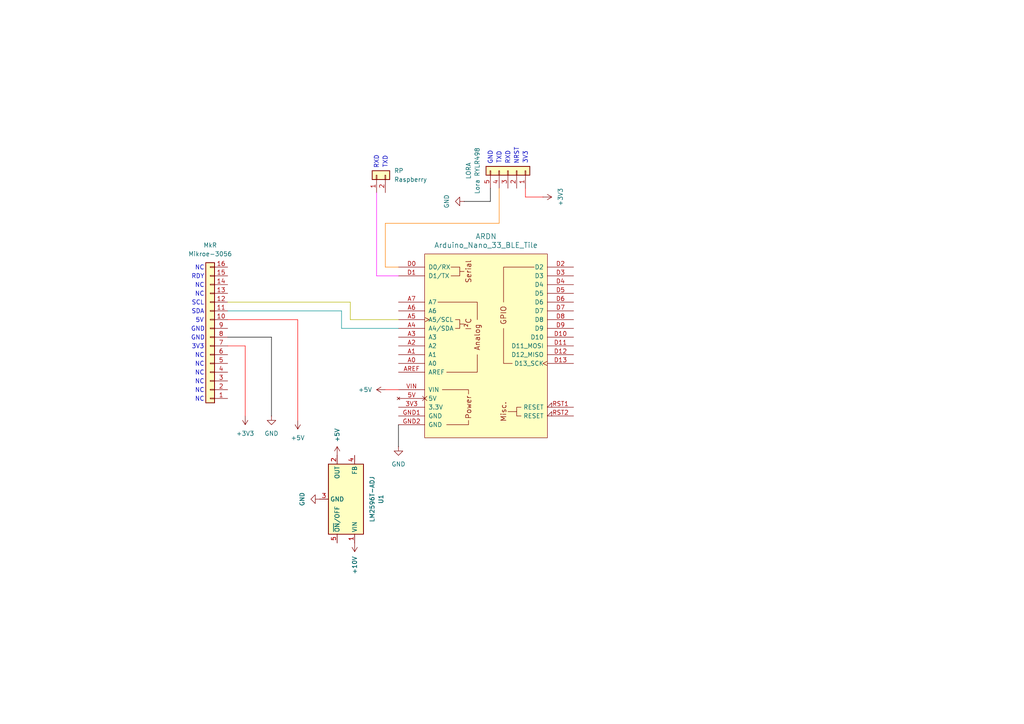
<source format=kicad_sch>
(kicad_sch
	(version 20250114)
	(generator "eeschema")
	(generator_version "9.0")
	(uuid "f7585f46-fe39-463d-b0d9-212ba2b7ee96")
	(paper "A4")
	(lib_symbols
		(symbol "Connector_Generic:Conn_01x02"
			(pin_names
				(offset 1.016)
				(hide yes)
			)
			(exclude_from_sim no)
			(in_bom yes)
			(on_board yes)
			(property "Reference" "J"
				(at 0 2.54 0)
				(effects
					(font
						(size 1.27 1.27)
					)
				)
			)
			(property "Value" "Conn_01x02"
				(at 0 -5.08 0)
				(effects
					(font
						(size 1.27 1.27)
					)
				)
			)
			(property "Footprint" ""
				(at 0 0 0)
				(effects
					(font
						(size 1.27 1.27)
					)
					(hide yes)
				)
			)
			(property "Datasheet" "~"
				(at 0 0 0)
				(effects
					(font
						(size 1.27 1.27)
					)
					(hide yes)
				)
			)
			(property "Description" "Generic connector, single row, 01x02, script generated (kicad-library-utils/schlib/autogen/connector/)"
				(at 0 0 0)
				(effects
					(font
						(size 1.27 1.27)
					)
					(hide yes)
				)
			)
			(property "ki_keywords" "connector"
				(at 0 0 0)
				(effects
					(font
						(size 1.27 1.27)
					)
					(hide yes)
				)
			)
			(property "ki_fp_filters" "Connector*:*_1x??_*"
				(at 0 0 0)
				(effects
					(font
						(size 1.27 1.27)
					)
					(hide yes)
				)
			)
			(symbol "Conn_01x02_1_1"
				(rectangle
					(start -1.27 1.27)
					(end 1.27 -3.81)
					(stroke
						(width 0.254)
						(type default)
					)
					(fill
						(type background)
					)
				)
				(rectangle
					(start -1.27 0.127)
					(end 0 -0.127)
					(stroke
						(width 0.1524)
						(type default)
					)
					(fill
						(type none)
					)
				)
				(rectangle
					(start -1.27 -2.413)
					(end 0 -2.667)
					(stroke
						(width 0.1524)
						(type default)
					)
					(fill
						(type none)
					)
				)
				(pin passive line
					(at -5.08 0 0)
					(length 3.81)
					(name "Pin_1"
						(effects
							(font
								(size 1.27 1.27)
							)
						)
					)
					(number "1"
						(effects
							(font
								(size 1.27 1.27)
							)
						)
					)
				)
				(pin passive line
					(at -5.08 -2.54 0)
					(length 3.81)
					(name "Pin_2"
						(effects
							(font
								(size 1.27 1.27)
							)
						)
					)
					(number "2"
						(effects
							(font
								(size 1.27 1.27)
							)
						)
					)
				)
			)
			(embedded_fonts no)
		)
		(symbol "Connector_Generic:Conn_01x05"
			(pin_names
				(offset 1.016)
				(hide yes)
			)
			(exclude_from_sim no)
			(in_bom yes)
			(on_board yes)
			(property "Reference" "J"
				(at 0 7.62 0)
				(effects
					(font
						(size 1.27 1.27)
					)
				)
			)
			(property "Value" "Conn_01x05"
				(at 0 -7.62 0)
				(effects
					(font
						(size 1.27 1.27)
					)
				)
			)
			(property "Footprint" ""
				(at 0 0 0)
				(effects
					(font
						(size 1.27 1.27)
					)
					(hide yes)
				)
			)
			(property "Datasheet" "~"
				(at 0 0 0)
				(effects
					(font
						(size 1.27 1.27)
					)
					(hide yes)
				)
			)
			(property "Description" "Generic connector, single row, 01x05, script generated (kicad-library-utils/schlib/autogen/connector/)"
				(at 0 0 0)
				(effects
					(font
						(size 1.27 1.27)
					)
					(hide yes)
				)
			)
			(property "ki_keywords" "connector"
				(at 0 0 0)
				(effects
					(font
						(size 1.27 1.27)
					)
					(hide yes)
				)
			)
			(property "ki_fp_filters" "Connector*:*_1x??_*"
				(at 0 0 0)
				(effects
					(font
						(size 1.27 1.27)
					)
					(hide yes)
				)
			)
			(symbol "Conn_01x05_1_1"
				(rectangle
					(start -1.27 6.35)
					(end 1.27 -6.35)
					(stroke
						(width 0.254)
						(type default)
					)
					(fill
						(type background)
					)
				)
				(rectangle
					(start -1.27 5.207)
					(end 0 4.953)
					(stroke
						(width 0.1524)
						(type default)
					)
					(fill
						(type none)
					)
				)
				(rectangle
					(start -1.27 2.667)
					(end 0 2.413)
					(stroke
						(width 0.1524)
						(type default)
					)
					(fill
						(type none)
					)
				)
				(rectangle
					(start -1.27 0.127)
					(end 0 -0.127)
					(stroke
						(width 0.1524)
						(type default)
					)
					(fill
						(type none)
					)
				)
				(rectangle
					(start -1.27 -2.413)
					(end 0 -2.667)
					(stroke
						(width 0.1524)
						(type default)
					)
					(fill
						(type none)
					)
				)
				(rectangle
					(start -1.27 -4.953)
					(end 0 -5.207)
					(stroke
						(width 0.1524)
						(type default)
					)
					(fill
						(type none)
					)
				)
				(pin passive line
					(at -5.08 5.08 0)
					(length 3.81)
					(name "Pin_1"
						(effects
							(font
								(size 1.27 1.27)
							)
						)
					)
					(number "1"
						(effects
							(font
								(size 1.27 1.27)
							)
						)
					)
				)
				(pin passive line
					(at -5.08 2.54 0)
					(length 3.81)
					(name "Pin_2"
						(effects
							(font
								(size 1.27 1.27)
							)
						)
					)
					(number "2"
						(effects
							(font
								(size 1.27 1.27)
							)
						)
					)
				)
				(pin passive line
					(at -5.08 0 0)
					(length 3.81)
					(name "Pin_3"
						(effects
							(font
								(size 1.27 1.27)
							)
						)
					)
					(number "3"
						(effects
							(font
								(size 1.27 1.27)
							)
						)
					)
				)
				(pin passive line
					(at -5.08 -2.54 0)
					(length 3.81)
					(name "Pin_4"
						(effects
							(font
								(size 1.27 1.27)
							)
						)
					)
					(number "4"
						(effects
							(font
								(size 1.27 1.27)
							)
						)
					)
				)
				(pin passive line
					(at -5.08 -5.08 0)
					(length 3.81)
					(name "Pin_5"
						(effects
							(font
								(size 1.27 1.27)
							)
						)
					)
					(number "5"
						(effects
							(font
								(size 1.27 1.27)
							)
						)
					)
				)
			)
			(embedded_fonts no)
		)
		(symbol "Connector_Generic:Conn_01x16"
			(pin_names
				(offset 1.016)
				(hide yes)
			)
			(exclude_from_sim no)
			(in_bom yes)
			(on_board yes)
			(property "Reference" "J"
				(at 0 20.32 0)
				(effects
					(font
						(size 1.27 1.27)
					)
				)
			)
			(property "Value" "Conn_01x16"
				(at 0 -22.86 0)
				(effects
					(font
						(size 1.27 1.27)
					)
				)
			)
			(property "Footprint" ""
				(at 0 0 0)
				(effects
					(font
						(size 1.27 1.27)
					)
					(hide yes)
				)
			)
			(property "Datasheet" "~"
				(at 0 0 0)
				(effects
					(font
						(size 1.27 1.27)
					)
					(hide yes)
				)
			)
			(property "Description" "Generic connector, single row, 01x16, script generated (kicad-library-utils/schlib/autogen/connector/)"
				(at 0 0 0)
				(effects
					(font
						(size 1.27 1.27)
					)
					(hide yes)
				)
			)
			(property "ki_keywords" "connector"
				(at 0 0 0)
				(effects
					(font
						(size 1.27 1.27)
					)
					(hide yes)
				)
			)
			(property "ki_fp_filters" "Connector*:*_1x??_*"
				(at 0 0 0)
				(effects
					(font
						(size 1.27 1.27)
					)
					(hide yes)
				)
			)
			(symbol "Conn_01x16_1_1"
				(rectangle
					(start -1.27 19.05)
					(end 1.27 -21.59)
					(stroke
						(width 0.254)
						(type default)
					)
					(fill
						(type background)
					)
				)
				(rectangle
					(start -1.27 17.907)
					(end 0 17.653)
					(stroke
						(width 0.1524)
						(type default)
					)
					(fill
						(type none)
					)
				)
				(rectangle
					(start -1.27 15.367)
					(end 0 15.113)
					(stroke
						(width 0.1524)
						(type default)
					)
					(fill
						(type none)
					)
				)
				(rectangle
					(start -1.27 12.827)
					(end 0 12.573)
					(stroke
						(width 0.1524)
						(type default)
					)
					(fill
						(type none)
					)
				)
				(rectangle
					(start -1.27 10.287)
					(end 0 10.033)
					(stroke
						(width 0.1524)
						(type default)
					)
					(fill
						(type none)
					)
				)
				(rectangle
					(start -1.27 7.747)
					(end 0 7.493)
					(stroke
						(width 0.1524)
						(type default)
					)
					(fill
						(type none)
					)
				)
				(rectangle
					(start -1.27 5.207)
					(end 0 4.953)
					(stroke
						(width 0.1524)
						(type default)
					)
					(fill
						(type none)
					)
				)
				(rectangle
					(start -1.27 2.667)
					(end 0 2.413)
					(stroke
						(width 0.1524)
						(type default)
					)
					(fill
						(type none)
					)
				)
				(rectangle
					(start -1.27 0.127)
					(end 0 -0.127)
					(stroke
						(width 0.1524)
						(type default)
					)
					(fill
						(type none)
					)
				)
				(rectangle
					(start -1.27 -2.413)
					(end 0 -2.667)
					(stroke
						(width 0.1524)
						(type default)
					)
					(fill
						(type none)
					)
				)
				(rectangle
					(start -1.27 -4.953)
					(end 0 -5.207)
					(stroke
						(width 0.1524)
						(type default)
					)
					(fill
						(type none)
					)
				)
				(rectangle
					(start -1.27 -7.493)
					(end 0 -7.747)
					(stroke
						(width 0.1524)
						(type default)
					)
					(fill
						(type none)
					)
				)
				(rectangle
					(start -1.27 -10.033)
					(end 0 -10.287)
					(stroke
						(width 0.1524)
						(type default)
					)
					(fill
						(type none)
					)
				)
				(rectangle
					(start -1.27 -12.573)
					(end 0 -12.827)
					(stroke
						(width 0.1524)
						(type default)
					)
					(fill
						(type none)
					)
				)
				(rectangle
					(start -1.27 -15.113)
					(end 0 -15.367)
					(stroke
						(width 0.1524)
						(type default)
					)
					(fill
						(type none)
					)
				)
				(rectangle
					(start -1.27 -17.653)
					(end 0 -17.907)
					(stroke
						(width 0.1524)
						(type default)
					)
					(fill
						(type none)
					)
				)
				(rectangle
					(start -1.27 -20.193)
					(end 0 -20.447)
					(stroke
						(width 0.1524)
						(type default)
					)
					(fill
						(type none)
					)
				)
				(pin passive line
					(at -5.08 17.78 0)
					(length 3.81)
					(name "Pin_1"
						(effects
							(font
								(size 1.27 1.27)
							)
						)
					)
					(number "1"
						(effects
							(font
								(size 1.27 1.27)
							)
						)
					)
				)
				(pin passive line
					(at -5.08 15.24 0)
					(length 3.81)
					(name "Pin_2"
						(effects
							(font
								(size 1.27 1.27)
							)
						)
					)
					(number "2"
						(effects
							(font
								(size 1.27 1.27)
							)
						)
					)
				)
				(pin passive line
					(at -5.08 12.7 0)
					(length 3.81)
					(name "Pin_3"
						(effects
							(font
								(size 1.27 1.27)
							)
						)
					)
					(number "3"
						(effects
							(font
								(size 1.27 1.27)
							)
						)
					)
				)
				(pin passive line
					(at -5.08 10.16 0)
					(length 3.81)
					(name "Pin_4"
						(effects
							(font
								(size 1.27 1.27)
							)
						)
					)
					(number "4"
						(effects
							(font
								(size 1.27 1.27)
							)
						)
					)
				)
				(pin passive line
					(at -5.08 7.62 0)
					(length 3.81)
					(name "Pin_5"
						(effects
							(font
								(size 1.27 1.27)
							)
						)
					)
					(number "5"
						(effects
							(font
								(size 1.27 1.27)
							)
						)
					)
				)
				(pin passive line
					(at -5.08 5.08 0)
					(length 3.81)
					(name "Pin_6"
						(effects
							(font
								(size 1.27 1.27)
							)
						)
					)
					(number "6"
						(effects
							(font
								(size 1.27 1.27)
							)
						)
					)
				)
				(pin passive line
					(at -5.08 2.54 0)
					(length 3.81)
					(name "Pin_7"
						(effects
							(font
								(size 1.27 1.27)
							)
						)
					)
					(number "7"
						(effects
							(font
								(size 1.27 1.27)
							)
						)
					)
				)
				(pin passive line
					(at -5.08 0 0)
					(length 3.81)
					(name "Pin_8"
						(effects
							(font
								(size 1.27 1.27)
							)
						)
					)
					(number "8"
						(effects
							(font
								(size 1.27 1.27)
							)
						)
					)
				)
				(pin passive line
					(at -5.08 -2.54 0)
					(length 3.81)
					(name "Pin_9"
						(effects
							(font
								(size 1.27 1.27)
							)
						)
					)
					(number "9"
						(effects
							(font
								(size 1.27 1.27)
							)
						)
					)
				)
				(pin passive line
					(at -5.08 -5.08 0)
					(length 3.81)
					(name "Pin_10"
						(effects
							(font
								(size 1.27 1.27)
							)
						)
					)
					(number "10"
						(effects
							(font
								(size 1.27 1.27)
							)
						)
					)
				)
				(pin passive line
					(at -5.08 -7.62 0)
					(length 3.81)
					(name "Pin_11"
						(effects
							(font
								(size 1.27 1.27)
							)
						)
					)
					(number "11"
						(effects
							(font
								(size 1.27 1.27)
							)
						)
					)
				)
				(pin passive line
					(at -5.08 -10.16 0)
					(length 3.81)
					(name "Pin_12"
						(effects
							(font
								(size 1.27 1.27)
							)
						)
					)
					(number "12"
						(effects
							(font
								(size 1.27 1.27)
							)
						)
					)
				)
				(pin passive line
					(at -5.08 -12.7 0)
					(length 3.81)
					(name "Pin_13"
						(effects
							(font
								(size 1.27 1.27)
							)
						)
					)
					(number "13"
						(effects
							(font
								(size 1.27 1.27)
							)
						)
					)
				)
				(pin passive line
					(at -5.08 -15.24 0)
					(length 3.81)
					(name "Pin_14"
						(effects
							(font
								(size 1.27 1.27)
							)
						)
					)
					(number "14"
						(effects
							(font
								(size 1.27 1.27)
							)
						)
					)
				)
				(pin passive line
					(at -5.08 -17.78 0)
					(length 3.81)
					(name "Pin_15"
						(effects
							(font
								(size 1.27 1.27)
							)
						)
					)
					(number "15"
						(effects
							(font
								(size 1.27 1.27)
							)
						)
					)
				)
				(pin passive line
					(at -5.08 -20.32 0)
					(length 3.81)
					(name "Pin_16"
						(effects
							(font
								(size 1.27 1.27)
							)
						)
					)
					(number "16"
						(effects
							(font
								(size 1.27 1.27)
							)
						)
					)
				)
			)
			(embedded_fonts no)
		)
		(symbol "Regulator_Switching:LM2596T-ADJ"
			(exclude_from_sim no)
			(in_bom yes)
			(on_board yes)
			(property "Reference" "U"
				(at -10.16 6.35 0)
				(effects
					(font
						(size 1.27 1.27)
					)
					(justify left)
				)
			)
			(property "Value" "LM2596T-ADJ"
				(at 0 6.35 0)
				(effects
					(font
						(size 1.27 1.27)
					)
					(justify left)
				)
			)
			(property "Footprint" "Package_TO_SOT_THT:TO-220-5_P3.4x3.7mm_StaggerOdd_Lead3.8mm_Vertical"
				(at 1.27 -6.35 0)
				(effects
					(font
						(size 1.27 1.27)
						(italic yes)
					)
					(justify left)
					(hide yes)
				)
			)
			(property "Datasheet" "http://www.ti.com/lit/ds/symlink/lm2596.pdf"
				(at 0 0 0)
				(effects
					(font
						(size 1.27 1.27)
					)
					(hide yes)
				)
			)
			(property "Description" "Adjustable 3A 150kHz Step-Down Voltage Regulator, TO-220"
				(at 0 0 0)
				(effects
					(font
						(size 1.27 1.27)
					)
					(hide yes)
				)
			)
			(property "ki_keywords" "Step-Down Voltage Regulator Adjustable 3A"
				(at 0 0 0)
				(effects
					(font
						(size 1.27 1.27)
					)
					(hide yes)
				)
			)
			(property "ki_fp_filters" "TO?220*"
				(at 0 0 0)
				(effects
					(font
						(size 1.27 1.27)
					)
					(hide yes)
				)
			)
			(symbol "LM2596T-ADJ_0_1"
				(rectangle
					(start -10.16 5.08)
					(end 10.16 -5.08)
					(stroke
						(width 0.254)
						(type default)
					)
					(fill
						(type background)
					)
				)
			)
			(symbol "LM2596T-ADJ_1_1"
				(pin power_in line
					(at -12.7 2.54 0)
					(length 2.54)
					(name "VIN"
						(effects
							(font
								(size 1.27 1.27)
							)
						)
					)
					(number "1"
						(effects
							(font
								(size 1.27 1.27)
							)
						)
					)
				)
				(pin input line
					(at -12.7 -2.54 0)
					(length 2.54)
					(name "~{ON}/OFF"
						(effects
							(font
								(size 1.27 1.27)
							)
						)
					)
					(number "5"
						(effects
							(font
								(size 1.27 1.27)
							)
						)
					)
				)
				(pin power_in line
					(at 0 -7.62 90)
					(length 2.54)
					(name "GND"
						(effects
							(font
								(size 1.27 1.27)
							)
						)
					)
					(number "3"
						(effects
							(font
								(size 1.27 1.27)
							)
						)
					)
				)
				(pin input line
					(at 12.7 2.54 180)
					(length 2.54)
					(name "FB"
						(effects
							(font
								(size 1.27 1.27)
							)
						)
					)
					(number "4"
						(effects
							(font
								(size 1.27 1.27)
							)
						)
					)
				)
				(pin output line
					(at 12.7 -2.54 180)
					(length 2.54)
					(name "OUT"
						(effects
							(font
								(size 1.27 1.27)
							)
						)
					)
					(number "2"
						(effects
							(font
								(size 1.27 1.27)
							)
						)
					)
				)
			)
			(embedded_fonts no)
		)
		(symbol "arduino:Arduino_Nano_33_BLE_Tile"
			(pin_names
				(offset 1.016)
			)
			(exclude_from_sim no)
			(in_bom yes)
			(on_board yes)
			(property "Reference" "A"
				(at 0 33.02 0)
				(effects
					(font
						(size 1.524 1.524)
					)
				)
			)
			(property "Value" "Arduino_Nano_33_BLE_Tile"
				(at 0 29.21 0)
				(effects
					(font
						(size 1.524 1.524)
					)
				)
			)
			(property "Footprint" "PCM_arduino-library:Arduino_Nano_Every_Tile"
				(at 0 -34.29 0)
				(effects
					(font
						(size 1.524 1.524)
					)
					(hide yes)
				)
			)
			(property "Datasheet" "https://docs.arduino.cc/hardware/nano-33-ble"
				(at 0 -30.48 0)
				(effects
					(font
						(size 1.524 1.524)
					)
					(hide yes)
				)
			)
			(property "Description" "Tile (SMD Pads) for Arduino Nano 33 BLE"
				(at 0 0 0)
				(effects
					(font
						(size 1.27 1.27)
					)
					(hide yes)
				)
			)
			(property "ki_keywords" "Arduino MPU Shield"
				(at 0 0 0)
				(effects
					(font
						(size 1.27 1.27)
					)
					(hide yes)
				)
			)
			(property "ki_fp_filters" "Arduino_Nano_Every_Tile"
				(at 0 0 0)
				(effects
					(font
						(size 1.27 1.27)
					)
					(hide yes)
				)
			)
			(symbol "Arduino_Nano_33_BLE_Tile_0_0"
				(rectangle
					(start -17.78 26.67)
					(end 17.78 -26.67)
					(stroke
						(width 0)
						(type default)
					)
					(fill
						(type background)
					)
				)
				(polyline
					(pts
						(xy -11.43 -22.86) (xy -5.08 -22.86) (xy -5.08 -21.59)
					)
					(stroke
						(width 0)
						(type default)
					)
					(fill
						(type none)
					)
				)
				(polyline
					(pts
						(xy -10.16 22.86) (xy -7.62 22.86) (xy -7.62 20.32) (xy -10.16 20.32)
					)
					(stroke
						(width 0)
						(type default)
					)
					(fill
						(type none)
					)
				)
				(polyline
					(pts
						(xy -8.89 7.62) (xy -7.62 7.62) (xy -7.62 5.08) (xy -8.89 5.08)
					)
					(stroke
						(width 0)
						(type default)
					)
					(fill
						(type none)
					)
				)
				(polyline
					(pts
						(xy -7.62 21.59) (xy -6.35 21.59)
					)
					(stroke
						(width 0)
						(type default)
					)
					(fill
						(type none)
					)
				)
				(polyline
					(pts
						(xy -7.62 6.35) (xy -6.35 6.35)
					)
					(stroke
						(width 0)
						(type default)
					)
					(fill
						(type none)
					)
				)
				(polyline
					(pts
						(xy -5.08 -13.97) (xy -5.08 -12.7) (xy -12.7 -12.7)
					)
					(stroke
						(width 0)
						(type default)
					)
					(fill
						(type none)
					)
				)
				(polyline
					(pts
						(xy 8.89 -19.05) (xy 6.35 -19.05)
					)
					(stroke
						(width 0)
						(type default)
					)
					(fill
						(type none)
					)
				)
				(text "Serial"
					(at -5.08 21.59 900)
					(effects
						(font
							(size 1.524 1.524)
						)
					)
				)
				(text "I²C"
					(at -5.08 6.35 900)
					(effects
						(font
							(size 1.524 1.524)
						)
					)
				)
				(text "Power"
					(at -5.08 -17.78 900)
					(effects
						(font
							(size 1.524 1.524)
						)
					)
				)
				(text "Analog"
					(at -2.54 2.54 900)
					(effects
						(font
							(size 1.524 1.524)
						)
					)
				)
				(text "Misc."
					(at 5.08 -19.05 900)
					(effects
						(font
							(size 1.524 1.524)
						)
					)
				)
			)
			(symbol "Arduino_Nano_33_BLE_Tile_0_1"
				(polyline
					(pts
						(xy -13.97 12.7) (xy -2.54 12.7) (xy -2.54 7.62)
					)
					(stroke
						(width 0)
						(type default)
					)
					(fill
						(type none)
					)
				)
				(polyline
					(pts
						(xy -11.43 -7.62) (xy -2.54 -7.62) (xy -2.54 -2.54)
					)
					(stroke
						(width 0)
						(type default)
					)
					(fill
						(type none)
					)
				)
				(polyline
					(pts
						(xy 7.62 -5.08) (xy 5.08 -5.08) (xy 5.08 5.08)
					)
					(stroke
						(width 0)
						(type default)
					)
					(fill
						(type none)
					)
				)
				(polyline
					(pts
						(xy 10.16 -17.78) (xy 8.89 -17.78) (xy 8.89 -20.32) (xy 10.16 -20.32)
					)
					(stroke
						(width 0)
						(type default)
					)
					(fill
						(type none)
					)
				)
				(polyline
					(pts
						(xy 13.97 22.86) (xy 5.08 22.86) (xy 5.08 12.7)
					)
					(stroke
						(width 0)
						(type default)
					)
					(fill
						(type none)
					)
				)
			)
			(symbol "Arduino_Nano_33_BLE_Tile_1_0"
				(text "GPIO"
					(at 5.08 8.89 900)
					(effects
						(font
							(size 1.524 1.524)
						)
					)
				)
			)
			(symbol "Arduino_Nano_33_BLE_Tile_1_1"
				(pin bidirectional line
					(at -25.4 22.86 0)
					(length 7.62)
					(name "D0/RX"
						(effects
							(font
								(size 1.27 1.27)
							)
						)
					)
					(number "D0"
						(effects
							(font
								(size 1.27 1.27)
							)
						)
					)
				)
				(pin bidirectional line
					(at -25.4 20.32 0)
					(length 7.62)
					(name "D1/TX"
						(effects
							(font
								(size 1.27 1.27)
							)
						)
					)
					(number "D1"
						(effects
							(font
								(size 1.27 1.27)
							)
						)
					)
				)
				(pin input line
					(at -25.4 12.7 0)
					(length 7.62)
					(name "A7"
						(effects
							(font
								(size 1.27 1.27)
							)
						)
					)
					(number "A7"
						(effects
							(font
								(size 1.27 1.27)
							)
						)
					)
				)
				(pin input line
					(at -25.4 10.16 0)
					(length 7.62)
					(name "A6"
						(effects
							(font
								(size 1.27 1.27)
							)
						)
					)
					(number "A6"
						(effects
							(font
								(size 1.27 1.27)
							)
						)
					)
				)
				(pin bidirectional clock
					(at -25.4 7.62 0)
					(length 7.62)
					(name "A5/SCL"
						(effects
							(font
								(size 1.27 1.27)
							)
						)
					)
					(number "A5"
						(effects
							(font
								(size 1.27 1.27)
							)
						)
					)
				)
				(pin bidirectional line
					(at -25.4 5.08 0)
					(length 7.62)
					(name "A4/SDA"
						(effects
							(font
								(size 1.27 1.27)
							)
						)
					)
					(number "A4"
						(effects
							(font
								(size 1.27 1.27)
							)
						)
					)
				)
				(pin bidirectional line
					(at -25.4 2.54 0)
					(length 7.62)
					(name "A3"
						(effects
							(font
								(size 1.27 1.27)
							)
						)
					)
					(number "A3"
						(effects
							(font
								(size 1.27 1.27)
							)
						)
					)
				)
				(pin bidirectional line
					(at -25.4 0 0)
					(length 7.62)
					(name "A2"
						(effects
							(font
								(size 1.27 1.27)
							)
						)
					)
					(number "A2"
						(effects
							(font
								(size 1.27 1.27)
							)
						)
					)
				)
				(pin bidirectional line
					(at -25.4 -2.54 0)
					(length 7.62)
					(name "A1"
						(effects
							(font
								(size 1.27 1.27)
							)
						)
					)
					(number "A1"
						(effects
							(font
								(size 1.27 1.27)
							)
						)
					)
				)
				(pin bidirectional line
					(at -25.4 -5.08 0)
					(length 7.62)
					(name "A0"
						(effects
							(font
								(size 1.27 1.27)
							)
						)
					)
					(number "A0"
						(effects
							(font
								(size 1.27 1.27)
							)
						)
					)
				)
				(pin input line
					(at -25.4 -7.62 0)
					(length 7.62)
					(name "AREF"
						(effects
							(font
								(size 1.27 1.27)
							)
						)
					)
					(number "AREF"
						(effects
							(font
								(size 1.27 1.27)
							)
						)
					)
				)
				(pin power_in line
					(at -25.4 -12.7 0)
					(length 7.62)
					(name "VIN"
						(effects
							(font
								(size 1.27 1.27)
							)
						)
					)
					(number "VIN"
						(effects
							(font
								(size 1.27 1.27)
							)
						)
					)
				)
				(pin no_connect non_logic
					(at -25.4 -15.24 0)
					(length 7.62)
					(name "5V"
						(effects
							(font
								(size 1.27 1.27)
							)
						)
					)
					(number "5V"
						(effects
							(font
								(size 1.27 1.27)
							)
						)
					)
				)
				(pin power_in line
					(at -25.4 -17.78 0)
					(length 7.62)
					(name "3.3V"
						(effects
							(font
								(size 1.27 1.27)
							)
						)
					)
					(number "3V3"
						(effects
							(font
								(size 1.27 1.27)
							)
						)
					)
				)
				(pin power_in line
					(at -25.4 -20.32 0)
					(length 7.62)
					(name "GND"
						(effects
							(font
								(size 1.27 1.27)
							)
						)
					)
					(number "GND1"
						(effects
							(font
								(size 1.27 1.27)
							)
						)
					)
				)
				(pin power_in line
					(at -25.4 -22.86 0)
					(length 7.62)
					(name "GND"
						(effects
							(font
								(size 1.27 1.27)
							)
						)
					)
					(number "GND2"
						(effects
							(font
								(size 1.27 1.27)
							)
						)
					)
				)
				(pin bidirectional line
					(at 25.4 22.86 180)
					(length 7.62)
					(name "D2"
						(effects
							(font
								(size 1.27 1.27)
							)
						)
					)
					(number "D2"
						(effects
							(font
								(size 1.27 1.27)
							)
						)
					)
				)
				(pin bidirectional line
					(at 25.4 20.32 180)
					(length 7.62)
					(name "D3"
						(effects
							(font
								(size 1.27 1.27)
							)
						)
					)
					(number "D3"
						(effects
							(font
								(size 1.27 1.27)
							)
						)
					)
				)
				(pin bidirectional line
					(at 25.4 17.78 180)
					(length 7.62)
					(name "D4"
						(effects
							(font
								(size 1.27 1.27)
							)
						)
					)
					(number "D4"
						(effects
							(font
								(size 1.27 1.27)
							)
						)
					)
				)
				(pin bidirectional line
					(at 25.4 15.24 180)
					(length 7.62)
					(name "D5"
						(effects
							(font
								(size 1.27 1.27)
							)
						)
					)
					(number "D5"
						(effects
							(font
								(size 1.27 1.27)
							)
						)
					)
				)
				(pin bidirectional line
					(at 25.4 12.7 180)
					(length 7.62)
					(name "D6"
						(effects
							(font
								(size 1.27 1.27)
							)
						)
					)
					(number "D6"
						(effects
							(font
								(size 1.27 1.27)
							)
						)
					)
				)
				(pin bidirectional line
					(at 25.4 10.16 180)
					(length 7.62)
					(name "D7"
						(effects
							(font
								(size 1.27 1.27)
							)
						)
					)
					(number "D7"
						(effects
							(font
								(size 1.27 1.27)
							)
						)
					)
				)
				(pin bidirectional line
					(at 25.4 7.62 180)
					(length 7.62)
					(name "D8"
						(effects
							(font
								(size 1.27 1.27)
							)
						)
					)
					(number "D8"
						(effects
							(font
								(size 1.27 1.27)
							)
						)
					)
				)
				(pin bidirectional line
					(at 25.4 5.08 180)
					(length 7.62)
					(name "D9"
						(effects
							(font
								(size 1.27 1.27)
							)
						)
					)
					(number "D9"
						(effects
							(font
								(size 1.27 1.27)
							)
						)
					)
				)
				(pin bidirectional line
					(at 25.4 2.54 180)
					(length 7.62)
					(name "D10"
						(effects
							(font
								(size 1.27 1.27)
							)
						)
					)
					(number "D10"
						(effects
							(font
								(size 1.27 1.27)
							)
						)
					)
				)
				(pin bidirectional line
					(at 25.4 0 180)
					(length 7.62)
					(name "D11_MOSI"
						(effects
							(font
								(size 1.27 1.27)
							)
						)
					)
					(number "D11"
						(effects
							(font
								(size 1.27 1.27)
							)
						)
					)
				)
				(pin bidirectional line
					(at 25.4 -2.54 180)
					(length 7.62)
					(name "D12_MISO"
						(effects
							(font
								(size 1.27 1.27)
							)
						)
					)
					(number "D12"
						(effects
							(font
								(size 1.27 1.27)
							)
						)
					)
				)
				(pin bidirectional clock
					(at 25.4 -5.08 180)
					(length 7.62)
					(name "D13_SCK"
						(effects
							(font
								(size 1.27 1.27)
							)
						)
					)
					(number "D13"
						(effects
							(font
								(size 1.27 1.27)
							)
						)
					)
				)
				(pin open_collector input_low
					(at 25.4 -17.78 180)
					(length 7.62)
					(name "RESET"
						(effects
							(font
								(size 1.27 1.27)
							)
						)
					)
					(number "RST1"
						(effects
							(font
								(size 1.27 1.27)
							)
						)
					)
				)
				(pin open_collector input_low
					(at 25.4 -20.32 180)
					(length 7.62)
					(name "RESET"
						(effects
							(font
								(size 1.27 1.27)
							)
						)
					)
					(number "RST2"
						(effects
							(font
								(size 1.27 1.27)
							)
						)
					)
				)
			)
			(embedded_fonts no)
		)
		(symbol "power:+10V"
			(power)
			(pin_numbers
				(hide yes)
			)
			(pin_names
				(offset 0)
				(hide yes)
			)
			(exclude_from_sim no)
			(in_bom yes)
			(on_board yes)
			(property "Reference" "#PWR"
				(at 0 -3.81 0)
				(effects
					(font
						(size 1.27 1.27)
					)
					(hide yes)
				)
			)
			(property "Value" "+10V"
				(at 0 3.556 0)
				(effects
					(font
						(size 1.27 1.27)
					)
				)
			)
			(property "Footprint" ""
				(at 0 0 0)
				(effects
					(font
						(size 1.27 1.27)
					)
					(hide yes)
				)
			)
			(property "Datasheet" ""
				(at 0 0 0)
				(effects
					(font
						(size 1.27 1.27)
					)
					(hide yes)
				)
			)
			(property "Description" "Power symbol creates a global label with name \"+10V\""
				(at 0 0 0)
				(effects
					(font
						(size 1.27 1.27)
					)
					(hide yes)
				)
			)
			(property "ki_keywords" "global power"
				(at 0 0 0)
				(effects
					(font
						(size 1.27 1.27)
					)
					(hide yes)
				)
			)
			(symbol "+10V_0_1"
				(polyline
					(pts
						(xy -0.762 1.27) (xy 0 2.54)
					)
					(stroke
						(width 0)
						(type default)
					)
					(fill
						(type none)
					)
				)
				(polyline
					(pts
						(xy 0 2.54) (xy 0.762 1.27)
					)
					(stroke
						(width 0)
						(type default)
					)
					(fill
						(type none)
					)
				)
				(polyline
					(pts
						(xy 0 0) (xy 0 2.54)
					)
					(stroke
						(width 0)
						(type default)
					)
					(fill
						(type none)
					)
				)
			)
			(symbol "+10V_1_1"
				(pin power_in line
					(at 0 0 90)
					(length 0)
					(name "~"
						(effects
							(font
								(size 1.27 1.27)
							)
						)
					)
					(number "1"
						(effects
							(font
								(size 1.27 1.27)
							)
						)
					)
				)
			)
			(embedded_fonts no)
		)
		(symbol "power:+3V3"
			(power)
			(pin_numbers
				(hide yes)
			)
			(pin_names
				(offset 0)
				(hide yes)
			)
			(exclude_from_sim no)
			(in_bom yes)
			(on_board yes)
			(property "Reference" "#PWR"
				(at 0 -3.81 0)
				(effects
					(font
						(size 1.27 1.27)
					)
					(hide yes)
				)
			)
			(property "Value" "+3V3"
				(at 0 3.556 0)
				(effects
					(font
						(size 1.27 1.27)
					)
				)
			)
			(property "Footprint" ""
				(at 0 0 0)
				(effects
					(font
						(size 1.27 1.27)
					)
					(hide yes)
				)
			)
			(property "Datasheet" ""
				(at 0 0 0)
				(effects
					(font
						(size 1.27 1.27)
					)
					(hide yes)
				)
			)
			(property "Description" "Power symbol creates a global label with name \"+3V3\""
				(at 0 0 0)
				(effects
					(font
						(size 1.27 1.27)
					)
					(hide yes)
				)
			)
			(property "ki_keywords" "global power"
				(at 0 0 0)
				(effects
					(font
						(size 1.27 1.27)
					)
					(hide yes)
				)
			)
			(symbol "+3V3_0_1"
				(polyline
					(pts
						(xy -0.762 1.27) (xy 0 2.54)
					)
					(stroke
						(width 0)
						(type default)
					)
					(fill
						(type none)
					)
				)
				(polyline
					(pts
						(xy 0 2.54) (xy 0.762 1.27)
					)
					(stroke
						(width 0)
						(type default)
					)
					(fill
						(type none)
					)
				)
				(polyline
					(pts
						(xy 0 0) (xy 0 2.54)
					)
					(stroke
						(width 0)
						(type default)
					)
					(fill
						(type none)
					)
				)
			)
			(symbol "+3V3_1_1"
				(pin power_in line
					(at 0 0 90)
					(length 0)
					(name "~"
						(effects
							(font
								(size 1.27 1.27)
							)
						)
					)
					(number "1"
						(effects
							(font
								(size 1.27 1.27)
							)
						)
					)
				)
			)
			(embedded_fonts no)
		)
		(symbol "power:+5V"
			(power)
			(pin_numbers
				(hide yes)
			)
			(pin_names
				(offset 0)
				(hide yes)
			)
			(exclude_from_sim no)
			(in_bom yes)
			(on_board yes)
			(property "Reference" "#PWR"
				(at 0 -3.81 0)
				(effects
					(font
						(size 1.27 1.27)
					)
					(hide yes)
				)
			)
			(property "Value" "+5V"
				(at 0 3.556 0)
				(effects
					(font
						(size 1.27 1.27)
					)
				)
			)
			(property "Footprint" ""
				(at 0 0 0)
				(effects
					(font
						(size 1.27 1.27)
					)
					(hide yes)
				)
			)
			(property "Datasheet" ""
				(at 0 0 0)
				(effects
					(font
						(size 1.27 1.27)
					)
					(hide yes)
				)
			)
			(property "Description" "Power symbol creates a global label with name \"+5V\""
				(at 0 0 0)
				(effects
					(font
						(size 1.27 1.27)
					)
					(hide yes)
				)
			)
			(property "ki_keywords" "global power"
				(at 0 0 0)
				(effects
					(font
						(size 1.27 1.27)
					)
					(hide yes)
				)
			)
			(symbol "+5V_0_1"
				(polyline
					(pts
						(xy -0.762 1.27) (xy 0 2.54)
					)
					(stroke
						(width 0)
						(type default)
					)
					(fill
						(type none)
					)
				)
				(polyline
					(pts
						(xy 0 2.54) (xy 0.762 1.27)
					)
					(stroke
						(width 0)
						(type default)
					)
					(fill
						(type none)
					)
				)
				(polyline
					(pts
						(xy 0 0) (xy 0 2.54)
					)
					(stroke
						(width 0)
						(type default)
					)
					(fill
						(type none)
					)
				)
			)
			(symbol "+5V_1_1"
				(pin power_in line
					(at 0 0 90)
					(length 0)
					(name "~"
						(effects
							(font
								(size 1.27 1.27)
							)
						)
					)
					(number "1"
						(effects
							(font
								(size 1.27 1.27)
							)
						)
					)
				)
			)
			(embedded_fonts no)
		)
		(symbol "power:GND"
			(power)
			(pin_numbers
				(hide yes)
			)
			(pin_names
				(offset 0)
				(hide yes)
			)
			(exclude_from_sim no)
			(in_bom yes)
			(on_board yes)
			(property "Reference" "#PWR"
				(at 0 -6.35 0)
				(effects
					(font
						(size 1.27 1.27)
					)
					(hide yes)
				)
			)
			(property "Value" "GND"
				(at 0 -3.81 0)
				(effects
					(font
						(size 1.27 1.27)
					)
				)
			)
			(property "Footprint" ""
				(at 0 0 0)
				(effects
					(font
						(size 1.27 1.27)
					)
					(hide yes)
				)
			)
			(property "Datasheet" ""
				(at 0 0 0)
				(effects
					(font
						(size 1.27 1.27)
					)
					(hide yes)
				)
			)
			(property "Description" "Power symbol creates a global label with name \"GND\" , ground"
				(at 0 0 0)
				(effects
					(font
						(size 1.27 1.27)
					)
					(hide yes)
				)
			)
			(property "ki_keywords" "global power"
				(at 0 0 0)
				(effects
					(font
						(size 1.27 1.27)
					)
					(hide yes)
				)
			)
			(symbol "GND_0_1"
				(polyline
					(pts
						(xy 0 0) (xy 0 -1.27) (xy 1.27 -1.27) (xy 0 -2.54) (xy -1.27 -1.27) (xy 0 -1.27)
					)
					(stroke
						(width 0)
						(type default)
					)
					(fill
						(type none)
					)
				)
			)
			(symbol "GND_1_1"
				(pin power_in line
					(at 0 0 270)
					(length 0)
					(name "~"
						(effects
							(font
								(size 1.27 1.27)
							)
						)
					)
					(number "1"
						(effects
							(font
								(size 1.27 1.27)
							)
						)
					)
				)
			)
			(embedded_fonts no)
		)
	)
	(text "NC"
		(exclude_from_sim no)
		(at 57.912 85.344 0)
		(effects
			(font
				(size 1.27 1.27)
			)
		)
		(uuid "2623553e-e124-4aa7-acec-2c1d26f05c5e")
	)
	(text "RXD"
		(exclude_from_sim no)
		(at 109.22 46.99 90)
		(effects
			(font
				(size 1.27 1.27)
			)
		)
		(uuid "285f0d49-a554-476e-9f1e-f9412ed8d919")
	)
	(text "NC"
		(exclude_from_sim no)
		(at 57.912 82.804 0)
		(effects
			(font
				(size 1.27 1.27)
			)
		)
		(uuid "2bdd9e64-b828-44c3-9af4-34610566b1ac")
	)
	(text "NC"
		(exclude_from_sim no)
		(at 57.912 110.744 0)
		(effects
			(font
				(size 1.27 1.27)
			)
		)
		(uuid "33c00bb4-6d2c-446a-ac8e-36378dadfa61")
	)
	(text "GND"
		(exclude_from_sim no)
		(at 57.404 98.044 0)
		(effects
			(font
				(size 1.27 1.27)
			)
		)
		(uuid "3ee87654-db0e-4d37-9cfa-5287107432a0")
	)
	(text "NRST\n"
		(exclude_from_sim no)
		(at 149.86 45.212 90)
		(effects
			(font
				(size 1.27 1.27)
			)
		)
		(uuid "475d1cb7-411e-4423-a0ec-654b7bd1d1d6")
	)
	(text "5V"
		(exclude_from_sim no)
		(at 57.912 92.964 0)
		(effects
			(font
				(size 1.27 1.27)
			)
		)
		(uuid "5664d740-9e87-4a2e-924d-9fee14da89f6")
	)
	(text "NC"
		(exclude_from_sim no)
		(at 57.912 105.664 0)
		(effects
			(font
				(size 1.27 1.27)
			)
		)
		(uuid "60be58fb-caa4-4358-b7da-a733e6d33c13")
	)
	(text "GND"
		(exclude_from_sim no)
		(at 142.24 45.72 90)
		(effects
			(font
				(size 1.27 1.27)
			)
		)
		(uuid "677f2cf0-9c21-4982-bf4c-1f4ffeebd050")
	)
	(text "3V3"
		(exclude_from_sim no)
		(at 57.404 100.584 0)
		(effects
			(font
				(size 1.27 1.27)
			)
		)
		(uuid "75d9324d-f274-4485-a3f3-ef250aea2836")
	)
	(text "RXD"
		(exclude_from_sim no)
		(at 147.32 45.72 90)
		(effects
			(font
				(size 1.27 1.27)
			)
		)
		(uuid "79ff91e4-a397-4eed-9f4d-ee578c76f55b")
	)
	(text "GND"
		(exclude_from_sim no)
		(at 57.404 95.504 0)
		(effects
			(font
				(size 1.27 1.27)
			)
		)
		(uuid "7c274cc7-393a-4657-a563-e17ebb929183")
	)
	(text "3V3"
		(exclude_from_sim no)
		(at 152.4 45.72 90)
		(effects
			(font
				(size 1.27 1.27)
			)
		)
		(uuid "7e517de9-5156-4306-a112-5ab8f33a263d")
	)
	(text "NC"
		(exclude_from_sim no)
		(at 57.912 103.124 0)
		(effects
			(font
				(size 1.27 1.27)
			)
		)
		(uuid "896c228a-1a9d-4f3d-9579-699745d27558")
	)
	(text "RDY"
		(exclude_from_sim no)
		(at 57.404 80.264 0)
		(effects
			(font
				(size 1.27 1.27)
			)
		)
		(uuid "92ed4523-3a56-4cda-a04b-d8a0054e1d7f")
	)
	(text "NC"
		(exclude_from_sim no)
		(at 57.912 113.284 0)
		(effects
			(font
				(size 1.27 1.27)
			)
		)
		(uuid "9680516f-8ef8-4523-8bce-aa464190f7c5")
	)
	(text "SCL"
		(exclude_from_sim no)
		(at 57.404 87.884 0)
		(effects
			(font
				(size 1.27 1.27)
			)
		)
		(uuid "a1ecc400-6474-455c-aa2a-ab46c9458270")
	)
	(text "SDA"
		(exclude_from_sim no)
		(at 57.404 90.424 0)
		(effects
			(font
				(size 1.27 1.27)
			)
		)
		(uuid "a4f78133-5706-4667-b14a-fb280b8d4d56")
	)
	(text "NC"
		(exclude_from_sim no)
		(at 57.912 108.204 0)
		(effects
			(font
				(size 1.27 1.27)
			)
		)
		(uuid "adaa80ea-8233-4393-83aa-66c61e8d8343")
	)
	(text "TXD"
		(exclude_from_sim no)
		(at 144.78 45.72 90)
		(effects
			(font
				(size 1.27 1.27)
			)
		)
		(uuid "b97a14f7-d18d-4e39-b721-e03264a6ca90")
	)
	(text "NC"
		(exclude_from_sim no)
		(at 57.912 77.724 0)
		(effects
			(font
				(size 1.27 1.27)
			)
		)
		(uuid "baa74dfb-f87c-41ed-bd9a-9936f126ab93")
	)
	(text "TXD"
		(exclude_from_sim no)
		(at 111.76 46.99 90)
		(effects
			(font
				(size 1.27 1.27)
			)
		)
		(uuid "e4ee55bc-cdad-4700-bdf0-2be1bf998792")
	)
	(text "NC"
		(exclude_from_sim no)
		(at 57.912 115.824 0)
		(effects
			(font
				(size 1.27 1.27)
			)
		)
		(uuid "f9172e52-3696-4683-abe8-bf587b5b67d0")
	)
	(wire
		(pts
			(xy 142.24 58.42) (xy 142.24 54.61)
		)
		(stroke
			(width 0)
			(type default)
			(color 0 0 0 1)
		)
		(uuid "0384abe2-c122-4f00-ad00-513a2f487852")
	)
	(wire
		(pts
			(xy 66.04 90.17) (xy 99.06 90.17)
		)
		(stroke
			(width 0)
			(type default)
			(color 0 144 144 1)
		)
		(uuid "0db0b3dd-4a46-4060-940c-454f1e7a63eb")
	)
	(wire
		(pts
			(xy 152.4 57.15) (xy 157.48 57.15)
		)
		(stroke
			(width 0)
			(type default)
			(color 255 0 0 1)
		)
		(uuid "22e6fb61-c5a1-4887-b595-aa8431d1a59e")
	)
	(wire
		(pts
			(xy 66.04 87.63) (xy 101.6 87.63)
		)
		(stroke
			(width 0)
			(type default)
			(color 180 180 0 1)
		)
		(uuid "27db075e-1ea5-494b-bfaf-b04660297829")
	)
	(wire
		(pts
			(xy 111.76 77.47) (xy 115.57 77.47)
		)
		(stroke
			(width 0)
			(type default)
			(color 255 128 0 1)
		)
		(uuid "2e080f99-3145-4dbb-96a1-5a3bfbb79df2")
	)
	(wire
		(pts
			(xy 144.78 54.61) (xy 144.78 64.77)
		)
		(stroke
			(width 0)
			(type default)
			(color 255 128 0 1)
		)
		(uuid "3ccdd759-555f-45ae-93ce-d84402b3bf2e")
	)
	(wire
		(pts
			(xy 71.12 100.33) (xy 71.12 120.65)
		)
		(stroke
			(width 0)
			(type default)
			(color 255 0 0 1)
		)
		(uuid "5947e0cd-3336-49af-89b9-eb64d4fcc9cf")
	)
	(wire
		(pts
			(xy 111.76 64.77) (xy 111.76 77.47)
		)
		(stroke
			(width 0)
			(type default)
			(color 255 128 0 1)
		)
		(uuid "61209ba0-9472-4be2-9914-2ade54e9e51d")
	)
	(wire
		(pts
			(xy 78.74 97.79) (xy 66.04 97.79)
		)
		(stroke
			(width 0)
			(type default)
			(color 0 0 0 1)
		)
		(uuid "69920e2d-cd93-4cf6-b795-f01e4a5e87f3")
	)
	(wire
		(pts
			(xy 101.6 92.71) (xy 115.57 92.71)
		)
		(stroke
			(width 0)
			(type default)
			(color 180 180 0 1)
		)
		(uuid "6aabc5ee-2507-49d3-a832-ec2ce464dd4c")
	)
	(wire
		(pts
			(xy 134.62 58.42) (xy 142.24 58.42)
		)
		(stroke
			(width 0)
			(type default)
			(color 0 0 0 1)
		)
		(uuid "6bc23d63-2a2b-4a48-84b8-cc568d54730d")
	)
	(wire
		(pts
			(xy 111.76 113.03) (xy 115.57 113.03)
		)
		(stroke
			(width 0)
			(type default)
			(color 255 0 0 1)
		)
		(uuid "7926d7f9-2e55-46b2-a1a6-f305dd4996c9")
	)
	(wire
		(pts
			(xy 78.74 120.65) (xy 78.74 97.79)
		)
		(stroke
			(width 0)
			(type default)
			(color 0 0 0 1)
		)
		(uuid "ae48ce2c-e8e4-4264-af2e-9dcbc733649e")
	)
	(wire
		(pts
			(xy 86.36 92.71) (xy 66.04 92.71)
		)
		(stroke
			(width 0)
			(type default)
			(color 255 0 0 1)
		)
		(uuid "b812d01b-366a-4d5c-b5d5-64748e54ef6a")
	)
	(wire
		(pts
			(xy 152.4 54.61) (xy 152.4 57.15)
		)
		(stroke
			(width 0)
			(type default)
			(color 255 0 0 1)
		)
		(uuid "bc693855-1d9a-43d1-8491-d74af5bf6111")
	)
	(wire
		(pts
			(xy 101.6 87.63) (xy 101.6 92.71)
		)
		(stroke
			(width 0)
			(type default)
			(color 180 180 0 1)
		)
		(uuid "ccff299e-749e-442b-bed1-9cff6b7aa939")
	)
	(wire
		(pts
			(xy 99.06 90.17) (xy 99.06 95.25)
		)
		(stroke
			(width 0)
			(type default)
			(color 0 144 144 1)
		)
		(uuid "ce7b080f-a36a-4509-8387-db00e7c416c1")
	)
	(wire
		(pts
			(xy 66.04 100.33) (xy 71.12 100.33)
		)
		(stroke
			(width 0)
			(type default)
			(color 255 0 0 1)
		)
		(uuid "d64db092-83c3-4fac-a6db-4601fa5bfd7e")
	)
	(wire
		(pts
			(xy 109.22 80.01) (xy 115.57 80.01)
		)
		(stroke
			(width 0)
			(type default)
			(color 255 0 255 1)
		)
		(uuid "d67347b5-6d69-4047-9b87-346b459351c4")
	)
	(wire
		(pts
			(xy 109.22 55.88) (xy 109.22 80.01)
		)
		(stroke
			(width 0)
			(type default)
			(color 255 0 255 1)
		)
		(uuid "da6b3df1-5afd-424d-a63d-28fa084f90b6")
	)
	(wire
		(pts
			(xy 115.57 123.19) (xy 115.57 129.54)
		)
		(stroke
			(width 0)
			(type default)
			(color 0 0 0 1)
		)
		(uuid "ddb8ff75-7cdb-4f77-858e-ce7bd2a2e1e7")
	)
	(wire
		(pts
			(xy 86.36 121.92) (xy 86.36 92.71)
		)
		(stroke
			(width 0)
			(type default)
			(color 255 0 0 1)
		)
		(uuid "df365179-78fb-41e9-8064-6036ca7e130c")
	)
	(wire
		(pts
			(xy 99.06 95.25) (xy 115.57 95.25)
		)
		(stroke
			(width 0)
			(type default)
			(color 0 144 144 1)
		)
		(uuid "ecfa6044-6776-4ea4-9f98-aa621b5b7a3a")
	)
	(wire
		(pts
			(xy 144.78 64.77) (xy 111.76 64.77)
		)
		(stroke
			(width 0)
			(type default)
			(color 255 128 0 1)
		)
		(uuid "fc00c32a-556e-44c7-b2af-c59a24f3e2b2")
	)
	(symbol
		(lib_id "arduino:Arduino_Nano_33_BLE_Tile")
		(at 140.97 100.33 0)
		(unit 1)
		(exclude_from_sim no)
		(in_bom yes)
		(on_board yes)
		(dnp no)
		(fields_autoplaced yes)
		(uuid "0011bd97-17a8-45fb-94dd-530d43dc42d7")
		(property "Reference" "ARDN"
			(at 140.97 68.58 0)
			(effects
				(font
					(size 1.524 1.524)
				)
			)
		)
		(property "Value" "Arduino_Nano_33_BLE_Tile"
			(at 140.97 71.12 0)
			(effects
				(font
					(size 1.524 1.524)
				)
			)
		)
		(property "Footprint" "PCM_arduino-library:Arduino_Nano_Every_Tile"
			(at 140.97 134.62 0)
			(effects
				(font
					(size 1.524 1.524)
				)
				(hide yes)
			)
		)
		(property "Datasheet" "https://docs.arduino.cc/hardware/nano-33-ble"
			(at 140.97 130.81 0)
			(effects
				(font
					(size 1.524 1.524)
				)
				(hide yes)
			)
		)
		(property "Description" "Tile (SMD Pads) for Arduino Nano 33 BLE"
			(at 140.97 100.33 0)
			(effects
				(font
					(size 1.27 1.27)
				)
				(hide yes)
			)
		)
		(pin "D0"
			(uuid "b9c4ab4b-0ca4-4a13-ae37-58c3e9bf343b")
		)
		(pin "AREF"
			(uuid "2279e182-7a62-450e-b249-414a875749a9")
		)
		(pin "D3"
			(uuid "7c0d6ed6-d751-4fdb-9a60-d2d8dcd31c38")
		)
		(pin "A5"
			(uuid "5f88af7c-f7b7-492b-8d5c-a156b7dc5855")
		)
		(pin "A6"
			(uuid "3d372e6d-89b4-4320-b28e-d87c7621e7e0")
		)
		(pin "D13"
			(uuid "38cfd888-f376-4dde-a888-e9da3ec27787")
		)
		(pin "D7"
			(uuid "c49a0314-260e-4d7f-a3b1-c282b7a8339f")
		)
		(pin "D9"
			(uuid "fbd8a47b-d82c-4037-b7a6-946f39a9e22e")
		)
		(pin "A1"
			(uuid "81f2dbc2-d3db-43c0-91ee-8cd00d54b437")
		)
		(pin "GND1"
			(uuid "a837f89b-aada-4e19-8e99-84ebb55b3914")
		)
		(pin "VIN"
			(uuid "0d126269-693b-4165-9cde-22f9ee083380")
		)
		(pin "D11"
			(uuid "7a4a10d2-32c2-4b56-b967-6b3ff79541b6")
		)
		(pin "RST2"
			(uuid "1b90d1e1-2f15-4e26-b60f-70188c1474a2")
		)
		(pin "D12"
			(uuid "af7b9599-6dc9-4b05-9cb2-0694e4d3ec70")
		)
		(pin "3V3"
			(uuid "d1fa8193-70b9-4edd-a2d4-dc99f4cfeb76")
		)
		(pin "A2"
			(uuid "b5aa4896-049a-4370-a11e-90640a59e40d")
		)
		(pin "D2"
			(uuid "e6c08771-7460-44de-991f-f98959e10e9e")
		)
		(pin "D1"
			(uuid "e28aee73-e640-4989-b987-645225ddfb16")
		)
		(pin "D6"
			(uuid "615e6659-599f-47fd-b083-919bee33b0b5")
		)
		(pin "D8"
			(uuid "706c84e5-54e2-4a07-9f0e-e97bbfb82a9c")
		)
		(pin "D4"
			(uuid "580def2a-b709-4032-8e34-8d36830f72c7")
		)
		(pin "A0"
			(uuid "5be238f6-16d8-4748-b519-8304de1ed3b3")
		)
		(pin "D10"
			(uuid "78aad1de-047e-4b64-a43d-ddf75eedb866")
		)
		(pin "D5"
			(uuid "0f778e93-9e24-48e4-a11c-283b31cbb1ca")
		)
		(pin "GND2"
			(uuid "25e63138-4442-40bd-aba2-3cb642351ae1")
		)
		(pin "A4"
			(uuid "949594fc-07d5-4856-bea8-09402a66e66d")
		)
		(pin "5V"
			(uuid "fc5748cf-6d78-4432-8b4d-b2d2ff34088f")
		)
		(pin "A7"
			(uuid "5428ec71-0112-4538-a37f-74d84fdd9b55")
		)
		(pin "RST1"
			(uuid "ae657080-c007-4205-90b8-bf59af571f8c")
		)
		(pin "A3"
			(uuid "3bbe5059-89ea-4380-be08-27f1ad719431")
		)
		(instances
			(project ""
				(path "/f7585f46-fe39-463d-b0d9-212ba2b7ee96"
					(reference "ARDN")
					(unit 1)
				)
			)
		)
	)
	(symbol
		(lib_id "power:+5V")
		(at 86.36 121.92 180)
		(unit 1)
		(exclude_from_sim no)
		(in_bom yes)
		(on_board yes)
		(dnp no)
		(fields_autoplaced yes)
		(uuid "04973ea2-a9cd-443a-b0bb-b497b6caed82")
		(property "Reference" "#PWR08"
			(at 86.36 118.11 0)
			(effects
				(font
					(size 1.27 1.27)
				)
				(hide yes)
			)
		)
		(property "Value" "+5V"
			(at 86.36 127 0)
			(effects
				(font
					(size 1.27 1.27)
				)
			)
		)
		(property "Footprint" ""
			(at 86.36 121.92 0)
			(effects
				(font
					(size 1.27 1.27)
				)
				(hide yes)
			)
		)
		(property "Datasheet" ""
			(at 86.36 121.92 0)
			(effects
				(font
					(size 1.27 1.27)
				)
				(hide yes)
			)
		)
		(property "Description" "Power symbol creates a global label with name \"+5V\""
			(at 86.36 121.92 0)
			(effects
				(font
					(size 1.27 1.27)
				)
				(hide yes)
			)
		)
		(pin "1"
			(uuid "c128ed26-e953-439e-bf19-a2e3e5940367")
		)
		(instances
			(project ""
				(path "/f7585f46-fe39-463d-b0d9-212ba2b7ee96"
					(reference "#PWR08")
					(unit 1)
				)
			)
		)
	)
	(symbol
		(lib_id "power:+5V")
		(at 97.79 132.08 0)
		(unit 1)
		(exclude_from_sim no)
		(in_bom yes)
		(on_board yes)
		(dnp no)
		(fields_autoplaced yes)
		(uuid "12373cc2-5dd9-4e8c-babe-d4db05488dd6")
		(property "Reference" "#PWR010"
			(at 97.79 135.89 0)
			(effects
				(font
					(size 1.27 1.27)
				)
				(hide yes)
			)
		)
		(property "Value" "+5V"
			(at 97.7901 128.27 90)
			(effects
				(font
					(size 1.27 1.27)
				)
				(justify left)
			)
		)
		(property "Footprint" ""
			(at 97.79 132.08 0)
			(effects
				(font
					(size 1.27 1.27)
				)
				(hide yes)
			)
		)
		(property "Datasheet" ""
			(at 97.79 132.08 0)
			(effects
				(font
					(size 1.27 1.27)
				)
				(hide yes)
			)
		)
		(property "Description" "Power symbol creates a global label with name \"+5V\""
			(at 97.79 132.08 0)
			(effects
				(font
					(size 1.27 1.27)
				)
				(hide yes)
			)
		)
		(pin "1"
			(uuid "2749f82c-efa7-4323-960a-92067da673e8")
		)
		(instances
			(project ""
				(path "/f7585f46-fe39-463d-b0d9-212ba2b7ee96"
					(reference "#PWR010")
					(unit 1)
				)
			)
		)
	)
	(symbol
		(lib_id "power:+5V")
		(at 111.76 113.03 90)
		(unit 1)
		(exclude_from_sim no)
		(in_bom yes)
		(on_board yes)
		(dnp no)
		(fields_autoplaced yes)
		(uuid "21e65adc-4392-4a5b-819b-354bffd8e946")
		(property "Reference" "#PWR04"
			(at 115.57 113.03 0)
			(effects
				(font
					(size 1.27 1.27)
				)
				(hide yes)
			)
		)
		(property "Value" "+5V"
			(at 107.95 113.0299 90)
			(effects
				(font
					(size 1.27 1.27)
				)
				(justify left)
			)
		)
		(property "Footprint" ""
			(at 111.76 113.03 0)
			(effects
				(font
					(size 1.27 1.27)
				)
				(hide yes)
			)
		)
		(property "Datasheet" ""
			(at 111.76 113.03 0)
			(effects
				(font
					(size 1.27 1.27)
				)
				(hide yes)
			)
		)
		(property "Description" "Power symbol creates a global label with name \"+5V\""
			(at 111.76 113.03 0)
			(effects
				(font
					(size 1.27 1.27)
				)
				(hide yes)
			)
		)
		(pin "1"
			(uuid "3638ac07-9ade-45fe-8e67-278170ed1912")
		)
		(instances
			(project ""
				(path "/f7585f46-fe39-463d-b0d9-212ba2b7ee96"
					(reference "#PWR04")
					(unit 1)
				)
			)
		)
	)
	(symbol
		(lib_id "power:GND")
		(at 92.71 144.78 270)
		(unit 1)
		(exclude_from_sim no)
		(in_bom yes)
		(on_board yes)
		(dnp no)
		(fields_autoplaced yes)
		(uuid "23b286ed-e899-4b64-922a-67776ea3100c")
		(property "Reference" "#PWR09"
			(at 86.36 144.78 0)
			(effects
				(font
					(size 1.27 1.27)
				)
				(hide yes)
			)
		)
		(property "Value" "GND"
			(at 87.63 144.78 0)
			(effects
				(font
					(size 1.27 1.27)
				)
			)
		)
		(property "Footprint" ""
			(at 92.71 144.78 0)
			(effects
				(font
					(size 1.27 1.27)
				)
				(hide yes)
			)
		)
		(property "Datasheet" ""
			(at 92.71 144.78 0)
			(effects
				(font
					(size 1.27 1.27)
				)
				(hide yes)
			)
		)
		(property "Description" "Power symbol creates a global label with name \"GND\" , ground"
			(at 92.71 144.78 0)
			(effects
				(font
					(size 1.27 1.27)
				)
				(hide yes)
			)
		)
		(pin "1"
			(uuid "1e004710-cc9a-408c-959f-958873fafc02")
		)
		(instances
			(project ""
				(path "/f7585f46-fe39-463d-b0d9-212ba2b7ee96"
					(reference "#PWR09")
					(unit 1)
				)
			)
		)
	)
	(symbol
		(lib_id "Connector_Generic:Conn_01x02")
		(at 109.22 50.8 90)
		(unit 1)
		(exclude_from_sim no)
		(in_bom yes)
		(on_board yes)
		(dnp no)
		(fields_autoplaced yes)
		(uuid "2f8e237e-e9e9-40f0-b9c3-1f7535f99b5e")
		(property "Reference" "RP"
			(at 114.3 49.5299 90)
			(effects
				(font
					(size 1.27 1.27)
				)
				(justify right)
			)
		)
		(property "Value" "Raspberry"
			(at 114.3 52.0699 90)
			(effects
				(font
					(size 1.27 1.27)
				)
				(justify right)
			)
		)
		(property "Footprint" ""
			(at 109.22 50.8 0)
			(effects
				(font
					(size 1.27 1.27)
				)
				(hide yes)
			)
		)
		(property "Datasheet" "~"
			(at 109.22 50.8 0)
			(effects
				(font
					(size 1.27 1.27)
				)
				(hide yes)
			)
		)
		(property "Description" "Generic connector, single row, 01x02, script generated (kicad-library-utils/schlib/autogen/connector/)"
			(at 109.22 50.8 0)
			(effects
				(font
					(size 1.27 1.27)
				)
				(hide yes)
			)
		)
		(pin "2"
			(uuid "c391cf45-d1c9-4d3b-8cec-a1f81597faf3")
		)
		(pin "1"
			(uuid "9a71a348-7b80-450c-93f2-a49622f8c4d5")
		)
		(instances
			(project ""
				(path "/f7585f46-fe39-463d-b0d9-212ba2b7ee96"
					(reference "RP")
					(unit 1)
				)
			)
		)
	)
	(symbol
		(lib_id "Connector_Generic:Conn_01x05")
		(at 147.32 49.53 270)
		(mirror x)
		(unit 1)
		(exclude_from_sim no)
		(in_bom yes)
		(on_board yes)
		(dnp no)
		(fields_autoplaced yes)
		(uuid "84840da2-7489-46d7-9eea-91507c685f93")
		(property "Reference" "LORA"
			(at 135.89 49.53 0)
			(effects
				(font
					(size 1.27 1.27)
				)
			)
		)
		(property "Value" "Lora RYLR498"
			(at 138.43 49.53 0)
			(effects
				(font
					(size 1.27 1.27)
				)
			)
		)
		(property "Footprint" ""
			(at 147.32 49.53 0)
			(effects
				(font
					(size 1.27 1.27)
				)
				(hide yes)
			)
		)
		(property "Datasheet" "~"
			(at 147.32 49.53 0)
			(effects
				(font
					(size 1.27 1.27)
				)
				(hide yes)
			)
		)
		(property "Description" "Generic connector, single row, 01x05, script generated (kicad-library-utils/schlib/autogen/connector/)"
			(at 147.32 49.53 0)
			(effects
				(font
					(size 1.27 1.27)
				)
				(hide yes)
			)
		)
		(pin "2"
			(uuid "20c3938b-8e1f-467d-a7b8-31ffb679cada")
		)
		(pin "4"
			(uuid "4150b2ab-b2b8-4f34-9547-0a803a2508ea")
		)
		(pin "5"
			(uuid "24e2b9a3-7021-4f1a-bc12-9981bc2ea18e")
		)
		(pin "3"
			(uuid "35655a53-5360-473a-bff8-d603980379e3")
		)
		(pin "1"
			(uuid "06bf49e0-aa87-4a61-8ab1-8f69e54a078a")
		)
		(instances
			(project ""
				(path "/f7585f46-fe39-463d-b0d9-212ba2b7ee96"
					(reference "LORA")
					(unit 1)
				)
			)
		)
	)
	(symbol
		(lib_id "power:+3V3")
		(at 157.48 57.15 270)
		(unit 1)
		(exclude_from_sim no)
		(in_bom yes)
		(on_board yes)
		(dnp no)
		(fields_autoplaced yes)
		(uuid "aaf07300-b496-4efc-a9f7-ea9523f45af9")
		(property "Reference" "#PWR01"
			(at 153.67 57.15 0)
			(effects
				(font
					(size 1.27 1.27)
				)
				(hide yes)
			)
		)
		(property "Value" "+3V3"
			(at 162.56 57.15 0)
			(effects
				(font
					(size 1.27 1.27)
				)
			)
		)
		(property "Footprint" ""
			(at 157.48 57.15 0)
			(effects
				(font
					(size 1.27 1.27)
				)
				(hide yes)
			)
		)
		(property "Datasheet" ""
			(at 157.48 57.15 0)
			(effects
				(font
					(size 1.27 1.27)
				)
				(hide yes)
			)
		)
		(property "Description" "Power symbol creates a global label with name \"+3V3\""
			(at 157.48 57.15 0)
			(effects
				(font
					(size 1.27 1.27)
				)
				(hide yes)
			)
		)
		(pin "1"
			(uuid "41a64bd4-5f34-466f-a04d-9e8caef23140")
		)
		(instances
			(project ""
				(path "/f7585f46-fe39-463d-b0d9-212ba2b7ee96"
					(reference "#PWR01")
					(unit 1)
				)
			)
		)
	)
	(symbol
		(lib_id "Regulator_Switching:LM2596T-ADJ")
		(at 100.33 144.78 270)
		(mirror x)
		(unit 1)
		(exclude_from_sim no)
		(in_bom yes)
		(on_board yes)
		(dnp no)
		(uuid "aed6f423-c381-4a5f-aaf8-a30ae42e492b")
		(property "Reference" "U1"
			(at 110.49 144.78 0)
			(effects
				(font
					(size 1.27 1.27)
				)
			)
		)
		(property "Value" "LM2596T-ADJ"
			(at 107.95 144.78 0)
			(effects
				(font
					(size 1.27 1.27)
				)
			)
		)
		(property "Footprint" "Package_TO_SOT_THT:TO-220-5_P3.4x3.7mm_StaggerOdd_Lead3.8mm_Vertical"
			(at 93.98 143.51 0)
			(effects
				(font
					(size 1.27 1.27)
					(italic yes)
				)
				(justify left)
				(hide yes)
			)
		)
		(property "Datasheet" "http://www.ti.com/lit/ds/symlink/lm2596.pdf"
			(at 100.33 144.78 0)
			(effects
				(font
					(size 1.27 1.27)
				)
				(hide yes)
			)
		)
		(property "Description" "Adjustable 3A 150kHz Step-Down Voltage Regulator, TO-220"
			(at 100.33 144.78 0)
			(effects
				(font
					(size 1.27 1.27)
				)
				(hide yes)
			)
		)
		(pin "3"
			(uuid "6b2b798f-9cc6-4a45-ba27-0b17c0a24ce1")
		)
		(pin "4"
			(uuid "78b745df-aeb2-4a6a-be6f-09e68ee17665")
		)
		(pin "2"
			(uuid "96cf3b84-300e-4384-8055-1e4530f9f62a")
		)
		(pin "1"
			(uuid "4325d12e-1ce2-4ea3-82f1-e9568a050625")
		)
		(pin "5"
			(uuid "7746fbd8-f565-4e85-900a-1ecb51e3ef50")
		)
		(instances
			(project ""
				(path "/f7585f46-fe39-463d-b0d9-212ba2b7ee96"
					(reference "U1")
					(unit 1)
				)
			)
		)
	)
	(symbol
		(lib_id "Connector_Generic:Conn_01x16")
		(at 60.96 97.79 180)
		(unit 1)
		(exclude_from_sim no)
		(in_bom yes)
		(on_board yes)
		(dnp no)
		(fields_autoplaced yes)
		(uuid "b05e52b0-397b-457e-add9-b77eed65a4be")
		(property "Reference" "MkR"
			(at 60.96 71.12 0)
			(effects
				(font
					(size 1.27 1.27)
				)
			)
		)
		(property "Value" "Mikroe-3056"
			(at 60.96 73.66 0)
			(effects
				(font
					(size 1.27 1.27)
				)
			)
		)
		(property "Footprint" ""
			(at 60.96 97.79 0)
			(effects
				(font
					(size 1.27 1.27)
				)
				(hide yes)
			)
		)
		(property "Datasheet" "~"
			(at 60.96 97.79 0)
			(effects
				(font
					(size 1.27 1.27)
				)
				(hide yes)
			)
		)
		(property "Description" "Generic connector, single row, 01x16, script generated (kicad-library-utils/schlib/autogen/connector/)"
			(at 60.96 97.79 0)
			(effects
				(font
					(size 1.27 1.27)
				)
				(hide yes)
			)
		)
		(pin "1"
			(uuid "718f4703-c4fc-4f00-8732-99f89a98f90a")
		)
		(pin "10"
			(uuid "a374e105-514e-41eb-b443-b2ab76d2f198")
		)
		(pin "11"
			(uuid "4836d0fa-701d-48b5-bd0e-951f3e7effd4")
		)
		(pin "2"
			(uuid "60720de8-279f-426c-9717-b86e0b0d41bd")
		)
		(pin "13"
			(uuid "e80b7d0b-90c2-4279-932a-b337024a4932")
		)
		(pin "16"
			(uuid "7f44f749-00f8-4f0b-9b61-d779b5da0096")
		)
		(pin "14"
			(uuid "a33f0ee9-5c94-465f-9092-af5cc0c1b91b")
		)
		(pin "5"
			(uuid "5976d000-fc4e-4515-9a69-31cd32f4cafe")
		)
		(pin "15"
			(uuid "b9db60d2-b86f-404e-a2b4-c3060f0c7591")
		)
		(pin "3"
			(uuid "ea632ecb-a668-4296-906c-45a88eaa08ec")
		)
		(pin "7"
			(uuid "01e79872-448a-4b96-98d9-3a79cc8f3c1c")
		)
		(pin "6"
			(uuid "ce41534c-77c9-4411-a44c-2ba857117702")
		)
		(pin "12"
			(uuid "62bd1341-bd80-4185-987f-03433cbf84d5")
		)
		(pin "4"
			(uuid "d9e04bc4-4977-4b64-8872-65ea5f4a5b6f")
		)
		(pin "8"
			(uuid "55ebefd4-a32b-42b3-b51d-984d113730da")
		)
		(pin "9"
			(uuid "61ab5b40-e971-4943-9c05-a1aaf58dd830")
		)
		(instances
			(project ""
				(path "/f7585f46-fe39-463d-b0d9-212ba2b7ee96"
					(reference "MkR")
					(unit 1)
				)
			)
		)
	)
	(symbol
		(lib_id "power:+3V3")
		(at 71.12 120.65 180)
		(unit 1)
		(exclude_from_sim no)
		(in_bom yes)
		(on_board yes)
		(dnp no)
		(fields_autoplaced yes)
		(uuid "b8c6ca12-b995-490b-bb77-4e0e74cc0fbd")
		(property "Reference" "#PWR02"
			(at 71.12 116.84 0)
			(effects
				(font
					(size 1.27 1.27)
				)
				(hide yes)
			)
		)
		(property "Value" "+3V3"
			(at 71.12 125.73 0)
			(effects
				(font
					(size 1.27 1.27)
				)
			)
		)
		(property "Footprint" ""
			(at 71.12 120.65 0)
			(effects
				(font
					(size 1.27 1.27)
				)
				(hide yes)
			)
		)
		(property "Datasheet" ""
			(at 71.12 120.65 0)
			(effects
				(font
					(size 1.27 1.27)
				)
				(hide yes)
			)
		)
		(property "Description" "Power symbol creates a global label with name \"+3V3\""
			(at 71.12 120.65 0)
			(effects
				(font
					(size 1.27 1.27)
				)
				(hide yes)
			)
		)
		(pin "1"
			(uuid "b8df5ef3-19d6-4728-a732-1fe967ee9303")
		)
		(instances
			(project "ardunano"
				(path "/f7585f46-fe39-463d-b0d9-212ba2b7ee96"
					(reference "#PWR02")
					(unit 1)
				)
			)
		)
	)
	(symbol
		(lib_id "power:+10V")
		(at 102.87 157.48 180)
		(unit 1)
		(exclude_from_sim no)
		(in_bom yes)
		(on_board yes)
		(dnp no)
		(fields_autoplaced yes)
		(uuid "d2f7251d-7d6b-43ed-aff7-8a8cacd5af2e")
		(property "Reference" "#PWR03"
			(at 102.87 153.67 0)
			(effects
				(font
					(size 1.27 1.27)
				)
				(hide yes)
			)
		)
		(property "Value" "+10V"
			(at 102.8701 161.29 90)
			(effects
				(font
					(size 1.27 1.27)
				)
				(justify left)
			)
		)
		(property "Footprint" ""
			(at 102.87 157.48 0)
			(effects
				(font
					(size 1.27 1.27)
				)
				(hide yes)
			)
		)
		(property "Datasheet" ""
			(at 102.87 157.48 0)
			(effects
				(font
					(size 1.27 1.27)
				)
				(hide yes)
			)
		)
		(property "Description" "Power symbol creates a global label with name \"+10V\""
			(at 102.87 157.48 0)
			(effects
				(font
					(size 1.27 1.27)
				)
				(hide yes)
			)
		)
		(pin "1"
			(uuid "94223113-cda5-402d-9c86-efcd640119de")
		)
		(instances
			(project ""
				(path "/f7585f46-fe39-463d-b0d9-212ba2b7ee96"
					(reference "#PWR03")
					(unit 1)
				)
			)
		)
	)
	(symbol
		(lib_id "power:GND")
		(at 115.57 129.54 0)
		(unit 1)
		(exclude_from_sim no)
		(in_bom yes)
		(on_board yes)
		(dnp no)
		(fields_autoplaced yes)
		(uuid "f5b42207-6f64-4cc5-b433-e42ece960020")
		(property "Reference" "#PWR06"
			(at 115.57 135.89 0)
			(effects
				(font
					(size 1.27 1.27)
				)
				(hide yes)
			)
		)
		(property "Value" "GND"
			(at 115.57 134.62 0)
			(effects
				(font
					(size 1.27 1.27)
				)
			)
		)
		(property "Footprint" ""
			(at 115.57 129.54 0)
			(effects
				(font
					(size 1.27 1.27)
				)
				(hide yes)
			)
		)
		(property "Datasheet" ""
			(at 115.57 129.54 0)
			(effects
				(font
					(size 1.27 1.27)
				)
				(hide yes)
			)
		)
		(property "Description" "Power symbol creates a global label with name \"GND\" , ground"
			(at 115.57 129.54 0)
			(effects
				(font
					(size 1.27 1.27)
				)
				(hide yes)
			)
		)
		(pin "1"
			(uuid "c1a5706e-dcaa-44b3-9351-27bb16cd5e75")
		)
		(instances
			(project "ardunano"
				(path "/f7585f46-fe39-463d-b0d9-212ba2b7ee96"
					(reference "#PWR06")
					(unit 1)
				)
			)
		)
	)
	(symbol
		(lib_id "power:GND")
		(at 78.74 120.65 0)
		(unit 1)
		(exclude_from_sim no)
		(in_bom yes)
		(on_board yes)
		(dnp no)
		(fields_autoplaced yes)
		(uuid "fc51c159-c340-407a-be6b-e62a8adc6f96")
		(property "Reference" "#PWR05"
			(at 78.74 127 0)
			(effects
				(font
					(size 1.27 1.27)
				)
				(hide yes)
			)
		)
		(property "Value" "GND"
			(at 78.74 125.73 0)
			(effects
				(font
					(size 1.27 1.27)
				)
			)
		)
		(property "Footprint" ""
			(at 78.74 120.65 0)
			(effects
				(font
					(size 1.27 1.27)
				)
				(hide yes)
			)
		)
		(property "Datasheet" ""
			(at 78.74 120.65 0)
			(effects
				(font
					(size 1.27 1.27)
				)
				(hide yes)
			)
		)
		(property "Description" "Power symbol creates a global label with name \"GND\" , ground"
			(at 78.74 120.65 0)
			(effects
				(font
					(size 1.27 1.27)
				)
				(hide yes)
			)
		)
		(pin "1"
			(uuid "b1b3d4cf-187f-42fa-9f1f-d6f6955130e3")
		)
		(instances
			(project ""
				(path "/f7585f46-fe39-463d-b0d9-212ba2b7ee96"
					(reference "#PWR05")
					(unit 1)
				)
			)
		)
	)
	(symbol
		(lib_id "power:GND")
		(at 134.62 58.42 270)
		(unit 1)
		(exclude_from_sim no)
		(in_bom yes)
		(on_board yes)
		(dnp no)
		(fields_autoplaced yes)
		(uuid "fcdeea17-49db-4c9a-838a-79fae89173c7")
		(property "Reference" "#PWR07"
			(at 128.27 58.42 0)
			(effects
				(font
					(size 1.27 1.27)
				)
				(hide yes)
			)
		)
		(property "Value" "GND"
			(at 129.54 58.42 0)
			(effects
				(font
					(size 1.27 1.27)
				)
			)
		)
		(property "Footprint" ""
			(at 134.62 58.42 0)
			(effects
				(font
					(size 1.27 1.27)
				)
				(hide yes)
			)
		)
		(property "Datasheet" ""
			(at 134.62 58.42 0)
			(effects
				(font
					(size 1.27 1.27)
				)
				(hide yes)
			)
		)
		(property "Description" "Power symbol creates a global label with name \"GND\" , ground"
			(at 134.62 58.42 0)
			(effects
				(font
					(size 1.27 1.27)
				)
				(hide yes)
			)
		)
		(pin "1"
			(uuid "3e42df5d-e32a-42d5-8e8c-e3a798a01639")
		)
		(instances
			(project "ardunano"
				(path "/f7585f46-fe39-463d-b0d9-212ba2b7ee96"
					(reference "#PWR07")
					(unit 1)
				)
			)
		)
	)
	(sheet_instances
		(path "/"
			(page "1")
		)
	)
	(embedded_fonts no)
)

</source>
